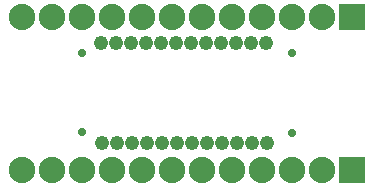
<source format=gts>
G04 MADE WITH FRITZING*
G04 WWW.FRITZING.ORG*
G04 DOUBLE SIDED*
G04 HOLES PLATED*
G04 CONTOUR ON CENTER OF CONTOUR VECTOR*
%ASAXBY*%
%FSLAX23Y23*%
%MOIN*%
%OFA0B0*%
%SFA1.0B1.0*%
%ADD10C,0.048460*%
%ADD11C,0.088000*%
%ADD12C,0.028661*%
%ADD13R,0.088000X0.088000*%
%LNMASK1*%
G90*
G70*
G54D10*
X320Y148D03*
X370Y148D03*
X420Y148D03*
X470Y148D03*
X520Y148D03*
X570Y148D03*
X620Y148D03*
X670Y148D03*
X720Y148D03*
X770Y148D03*
X820Y148D03*
X870Y148D03*
X318Y481D03*
X368Y481D03*
X418Y481D03*
X468Y481D03*
X518Y481D03*
X568Y481D03*
X618Y481D03*
X668Y481D03*
X718Y481D03*
X768Y481D03*
X818Y481D03*
X868Y481D03*
G54D11*
X1155Y567D03*
X1055Y567D03*
X955Y567D03*
X855Y567D03*
X755Y567D03*
X655Y567D03*
X555Y567D03*
X455Y567D03*
X355Y567D03*
X255Y567D03*
X155Y567D03*
X55Y567D03*
X1155Y57D03*
X1055Y57D03*
X955Y57D03*
X855Y57D03*
X755Y57D03*
X655Y57D03*
X555Y57D03*
X455Y57D03*
X355Y57D03*
X255Y57D03*
X155Y57D03*
X55Y57D03*
G54D12*
X256Y447D03*
X954Y447D03*
X256Y184D03*
X954Y182D03*
G54D13*
X1155Y567D03*
X1155Y57D03*
G04 End of Mask1*
M02*
</source>
